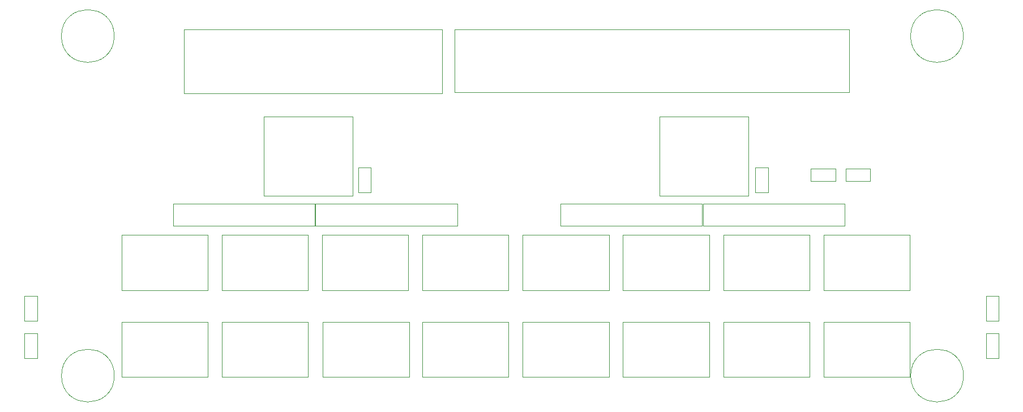
<source format=gbr>
G04 #@! TF.GenerationSoftware,KiCad,Pcbnew,(5.1.10)-1*
G04 #@! TF.CreationDate,2021-09-12T02:39:07-04:00*
G04 #@! TF.ProjectId,PB_16,50425f31-362e-46b6-9963-61645f706362,v4*
G04 #@! TF.SameCoordinates,Original*
G04 #@! TF.FileFunction,Other,User*
%FSLAX46Y46*%
G04 Gerber Fmt 4.6, Leading zero omitted, Abs format (unit mm)*
G04 Created by KiCad (PCBNEW (5.1.10)-1) date 2021-09-12 02:39:07*
%MOMM*%
%LPD*%
G01*
G04 APERTURE LIST*
%ADD10C,0.050000*%
G04 APERTURE END LIST*
D10*
X182851000Y-105467800D02*
X180951000Y-105467800D01*
X180951000Y-105467800D02*
X180951000Y-101767800D01*
X180951000Y-101767800D02*
X182851000Y-101767800D01*
X182851000Y-101767800D02*
X182851000Y-105467800D01*
X123451000Y-105467800D02*
X121551000Y-105467800D01*
X121551000Y-105467800D02*
X121551000Y-101767800D01*
X121551000Y-101767800D02*
X123451000Y-101767800D01*
X123451000Y-101767800D02*
X123451000Y-105467800D01*
X179951000Y-94087800D02*
X166651000Y-94087800D01*
X166651000Y-94087800D02*
X166651000Y-105947800D01*
X166651000Y-105947800D02*
X179951000Y-105947800D01*
X179951000Y-105947800D02*
X179951000Y-94087800D01*
X120751000Y-94087800D02*
X107451000Y-94087800D01*
X107451000Y-94087800D02*
X107451000Y-105947800D01*
X107451000Y-105947800D02*
X120751000Y-105947800D01*
X120751000Y-105947800D02*
X120751000Y-94087800D01*
X198151000Y-101867800D02*
X198151000Y-103767800D01*
X198151000Y-103767800D02*
X194451000Y-103767800D01*
X194451000Y-103767800D02*
X194451000Y-101867800D01*
X194451000Y-101867800D02*
X198151000Y-101867800D01*
X215451000Y-126542000D02*
X217351000Y-126542000D01*
X217351000Y-126542000D02*
X217351000Y-130242000D01*
X217351000Y-130242000D02*
X215451000Y-130242000D01*
X215451000Y-130242000D02*
X215451000Y-126542000D01*
X71651000Y-126542000D02*
X73551000Y-126542000D01*
X73551000Y-126542000D02*
X73551000Y-130242000D01*
X73551000Y-130242000D02*
X71651000Y-130242000D01*
X71651000Y-130242000D02*
X71651000Y-126542000D01*
X192951000Y-101867800D02*
X192951000Y-103767800D01*
X192951000Y-103767800D02*
X189251000Y-103767800D01*
X189251000Y-103767800D02*
X189251000Y-101867800D01*
X189251000Y-101867800D02*
X192951000Y-101867800D01*
X215451000Y-120981000D02*
X217351000Y-120981000D01*
X217351000Y-120981000D02*
X217351000Y-124681000D01*
X217351000Y-124681000D02*
X215451000Y-124681000D01*
X215451000Y-124681000D02*
X215451000Y-120981000D01*
X71651000Y-120981000D02*
X73551000Y-120981000D01*
X73551000Y-120981000D02*
X73551000Y-124681000D01*
X73551000Y-124681000D02*
X71651000Y-124681000D01*
X71651000Y-124681000D02*
X71651000Y-120981000D01*
X135991000Y-81107800D02*
X194951000Y-81107800D01*
X194951000Y-81107800D02*
X194951000Y-90467800D01*
X194951000Y-90467800D02*
X135991000Y-90467800D01*
X135991000Y-90467800D02*
X135991000Y-81107800D01*
X134091000Y-81117800D02*
X95511000Y-81117800D01*
X134091000Y-90667800D02*
X134091000Y-81117800D01*
X95511000Y-90667800D02*
X134091000Y-90667800D01*
X95511000Y-81117800D02*
X95511000Y-90667800D01*
X212077600Y-132866600D02*
G75*
G03*
X212077600Y-132866600I-3950000J0D01*
G01*
X85077600Y-132866600D02*
G75*
G03*
X85077600Y-132866600I-3950000J0D01*
G01*
X85063000Y-82066600D02*
G75*
G03*
X85063000Y-82066600I-3950000J0D01*
G01*
X212063000Y-82066600D02*
G75*
G03*
X212063000Y-82066600I-3950000J0D01*
G01*
X101150000Y-111850000D02*
X101150000Y-120100000D01*
X101150000Y-120100000D02*
X114050000Y-120100000D01*
X114050000Y-120100000D02*
X114050000Y-111850000D01*
X114050000Y-111850000D02*
X101150000Y-111850000D01*
X173112600Y-107163600D02*
X173112600Y-110463600D01*
X173112600Y-110463600D02*
X194312600Y-110463600D01*
X194312600Y-110463600D02*
X194312600Y-107163600D01*
X194312600Y-107163600D02*
X173112600Y-107163600D01*
X151786200Y-107163600D02*
X151786200Y-110463600D01*
X151786200Y-110463600D02*
X172986200Y-110463600D01*
X172986200Y-110463600D02*
X172986200Y-107163600D01*
X172986200Y-107163600D02*
X151786200Y-107163600D01*
X115152700Y-107163600D02*
X115152700Y-110463600D01*
X115152700Y-110463600D02*
X136352700Y-110463600D01*
X136352700Y-110463600D02*
X136352700Y-107163600D01*
X136352700Y-107163600D02*
X115152700Y-107163600D01*
X93861500Y-107163600D02*
X93861500Y-110463600D01*
X93861500Y-110463600D02*
X115061500Y-110463600D01*
X115061500Y-110463600D02*
X115061500Y-107163600D01*
X115061500Y-107163600D02*
X93861500Y-107163600D01*
X191150000Y-124850000D02*
X191150000Y-133100000D01*
X191150000Y-133100000D02*
X204050000Y-133100000D01*
X204050000Y-133100000D02*
X204050000Y-124850000D01*
X204050000Y-124850000D02*
X191150000Y-124850000D01*
X191150000Y-111850000D02*
X191150000Y-120100000D01*
X191150000Y-120100000D02*
X204050000Y-120100000D01*
X204050000Y-120100000D02*
X204050000Y-111850000D01*
X204050000Y-111850000D02*
X191150000Y-111850000D01*
X176150000Y-124850000D02*
X176150000Y-133100000D01*
X176150000Y-133100000D02*
X189050000Y-133100000D01*
X189050000Y-133100000D02*
X189050000Y-124850000D01*
X189050000Y-124850000D02*
X176150000Y-124850000D01*
X176150000Y-111850000D02*
X176150000Y-120100000D01*
X176150000Y-120100000D02*
X189050000Y-120100000D01*
X189050000Y-120100000D02*
X189050000Y-111850000D01*
X189050000Y-111850000D02*
X176150000Y-111850000D01*
X161150000Y-124850000D02*
X161150000Y-133100000D01*
X161150000Y-133100000D02*
X174050000Y-133100000D01*
X174050000Y-133100000D02*
X174050000Y-124850000D01*
X174050000Y-124850000D02*
X161150000Y-124850000D01*
X161150000Y-111850000D02*
X161150000Y-120100000D01*
X161150000Y-120100000D02*
X174050000Y-120100000D01*
X174050000Y-120100000D02*
X174050000Y-111850000D01*
X174050000Y-111850000D02*
X161150000Y-111850000D01*
X146150000Y-124850000D02*
X146150000Y-133100000D01*
X146150000Y-133100000D02*
X159050000Y-133100000D01*
X159050000Y-133100000D02*
X159050000Y-124850000D01*
X159050000Y-124850000D02*
X146150000Y-124850000D01*
X146150000Y-111850000D02*
X146150000Y-120100000D01*
X146150000Y-120100000D02*
X159050000Y-120100000D01*
X159050000Y-120100000D02*
X159050000Y-111850000D01*
X159050000Y-111850000D02*
X146150000Y-111850000D01*
X131150000Y-124850000D02*
X131150000Y-133100000D01*
X131150000Y-133100000D02*
X144050000Y-133100000D01*
X144050000Y-133100000D02*
X144050000Y-124850000D01*
X144050000Y-124850000D02*
X131150000Y-124850000D01*
X131150000Y-111850000D02*
X131150000Y-120100000D01*
X131150000Y-120100000D02*
X144050000Y-120100000D01*
X144050000Y-120100000D02*
X144050000Y-111850000D01*
X144050000Y-111850000D02*
X131150000Y-111850000D01*
X116264342Y-124850000D02*
X116264342Y-133100000D01*
X116264342Y-133100000D02*
X129164342Y-133100000D01*
X129164342Y-133100000D02*
X129164342Y-124850000D01*
X129164342Y-124850000D02*
X116264342Y-124850000D01*
X116150000Y-111850000D02*
X116150000Y-120100000D01*
X116150000Y-120100000D02*
X129050000Y-120100000D01*
X129050000Y-120100000D02*
X129050000Y-111850000D01*
X129050000Y-111850000D02*
X116150000Y-111850000D01*
X101150000Y-124850000D02*
X101150000Y-133100000D01*
X101150000Y-133100000D02*
X114050000Y-133100000D01*
X114050000Y-133100000D02*
X114050000Y-124850000D01*
X114050000Y-124850000D02*
X101150000Y-124850000D01*
X86150000Y-124850000D02*
X86150000Y-133100000D01*
X86150000Y-133100000D02*
X99050000Y-133100000D01*
X99050000Y-133100000D02*
X99050000Y-124850000D01*
X99050000Y-124850000D02*
X86150000Y-124850000D01*
X86150000Y-111850000D02*
X86150000Y-120100000D01*
X86150000Y-120100000D02*
X99050000Y-120100000D01*
X99050000Y-120100000D02*
X99050000Y-111850000D01*
X99050000Y-111850000D02*
X86150000Y-111850000D01*
M02*

</source>
